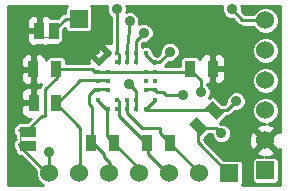
<source format=gtl>
G04 (created by PCBNEW-RS274X (2011-nov-30)-testing) date Tue 24 Apr 2012 11:37:44 PM EDT*
G01*
G70*
G90*
%MOIN*%
G04 Gerber Fmt 3.4, Leading zero omitted, Abs format*
%FSLAX34Y34*%
G04 APERTURE LIST*
%ADD10C,0.006000*%
%ADD11R,0.060000X0.060000*%
%ADD12C,0.060000*%
%ADD13R,0.055000X0.035000*%
%ADD14R,0.002100X0.071400*%
%ADD15R,0.035000X0.055000*%
%ADD16R,0.060000X0.002100*%
%ADD17C,0.015700*%
%ADD18C,0.035000*%
%ADD19C,0.010000*%
G04 APERTURE END LIST*
G54D10*
G54D11*
X63500Y-27500D03*
G54D12*
X63500Y-26500D03*
X63500Y-25500D03*
X63500Y-24500D03*
X63500Y-23500D03*
X63500Y-22500D03*
G54D11*
X62299Y-27587D03*
G54D12*
X61299Y-27587D03*
X60299Y-27587D03*
X59299Y-27587D03*
X58299Y-27587D03*
X57299Y-27587D03*
X56299Y-27587D03*
G54D13*
X55591Y-26221D03*
X55591Y-26693D03*
G54D14*
X55355Y-26457D03*
G54D15*
X55965Y-22835D03*
X56437Y-22835D03*
G54D16*
X56201Y-23071D03*
G54D17*
X59508Y-25463D03*
X59193Y-25463D03*
X58879Y-25463D03*
X58564Y-25463D03*
X58249Y-25463D03*
X59823Y-25148D03*
X59823Y-24833D03*
X59823Y-24518D03*
X59823Y-24204D03*
X59823Y-23889D03*
X57934Y-25148D03*
X57934Y-24833D03*
X57934Y-24518D03*
X57934Y-24204D03*
X57934Y-23889D03*
X58249Y-23574D03*
X58249Y-24204D03*
X58249Y-24518D03*
X58249Y-24833D03*
X59508Y-24833D03*
X59508Y-24518D03*
X59508Y-24204D03*
X59508Y-23574D03*
X59193Y-23574D03*
X59193Y-23889D03*
X58879Y-23889D03*
X58879Y-23574D03*
X58564Y-23574D03*
X58564Y-23889D03*
X58564Y-25148D03*
X58879Y-25148D03*
X59193Y-25148D03*
G54D15*
X56517Y-24124D03*
X55767Y-24124D03*
X60993Y-24104D03*
X61743Y-24104D03*
X59566Y-26575D03*
X60316Y-26575D03*
X57696Y-26575D03*
X58446Y-26575D03*
X56536Y-25246D03*
X55786Y-25246D03*
G54D10*
G36*
X61351Y-26341D02*
X60962Y-25952D01*
X61209Y-25705D01*
X61598Y-26094D01*
X61351Y-26341D01*
X61351Y-26341D01*
G37*
G36*
X61881Y-25811D02*
X61492Y-25422D01*
X61739Y-25175D01*
X62128Y-25564D01*
X61881Y-25811D01*
X61881Y-25811D01*
G37*
G54D11*
X57283Y-22441D03*
G54D18*
X57087Y-23465D03*
X55197Y-24724D03*
X55354Y-27638D03*
X62598Y-24488D03*
X60315Y-23543D03*
X58957Y-24606D03*
X56299Y-26870D03*
X62524Y-25186D03*
X58544Y-22126D03*
X62382Y-22126D03*
X58976Y-22520D03*
X60760Y-24990D03*
X62034Y-26264D03*
X59449Y-22913D03*
X61348Y-24892D03*
G54D19*
X56448Y-22834D02*
X56437Y-22835D01*
X59486Y-23618D02*
X59508Y-23574D01*
X59508Y-23574D02*
X59486Y-23618D01*
X59486Y-23618D02*
X59780Y-23912D01*
X56840Y-22442D02*
X56448Y-22834D01*
X57330Y-22442D02*
X56840Y-22442D01*
X57283Y-22441D02*
X57330Y-22442D01*
X59823Y-23889D02*
X59969Y-23889D01*
X59969Y-23889D02*
X60315Y-23543D01*
X59780Y-23912D02*
X59823Y-23889D01*
X56299Y-27587D02*
X56299Y-26870D01*
X59192Y-25186D02*
X59193Y-25148D01*
X59193Y-24842D02*
X59193Y-25148D01*
X58957Y-24606D02*
X59193Y-24842D01*
X55276Y-26624D02*
X55272Y-26656D01*
X56252Y-27636D02*
X56299Y-27587D01*
X59193Y-25463D02*
X59192Y-25480D01*
X59192Y-25480D02*
X59192Y-25186D01*
X55272Y-26656D02*
X56252Y-27636D01*
X59584Y-26950D02*
X59584Y-26558D01*
X58604Y-25480D02*
X58604Y-25186D01*
X58564Y-25463D02*
X58604Y-25480D01*
X58604Y-25480D02*
X58564Y-25463D01*
X59486Y-26558D02*
X58604Y-25676D01*
X59584Y-26558D02*
X59566Y-26575D01*
X59584Y-26558D02*
X59486Y-26558D01*
X58604Y-25676D02*
X58604Y-25480D01*
X58604Y-25186D02*
X58564Y-25148D01*
X60270Y-27636D02*
X59584Y-26950D01*
X59566Y-26575D02*
X59584Y-26558D01*
X60299Y-27587D02*
X60270Y-27636D01*
X59976Y-26264D02*
X59976Y-26068D01*
X59388Y-26068D02*
X58898Y-25578D01*
X59976Y-26068D02*
X59388Y-26068D01*
X58879Y-25463D02*
X58898Y-25480D01*
X58898Y-25480D02*
X58879Y-25463D01*
X58898Y-25480D02*
X58898Y-25186D01*
X58898Y-25186D02*
X58879Y-25148D01*
X60270Y-26558D02*
X59976Y-26264D01*
X60270Y-26558D02*
X60316Y-26575D01*
X60316Y-26575D02*
X60270Y-26558D01*
X61299Y-27587D02*
X60270Y-26558D01*
X58898Y-25578D02*
X58898Y-25480D01*
X57624Y-25284D02*
X57722Y-25382D01*
X57934Y-24833D02*
X57918Y-24794D01*
X57918Y-24794D02*
X57820Y-24794D01*
X57722Y-26558D02*
X57696Y-26575D01*
X57722Y-26558D02*
X58114Y-26950D01*
X58114Y-26950D02*
X58114Y-27048D01*
X57918Y-24794D02*
X58212Y-24794D01*
X57820Y-24794D02*
X57624Y-24990D01*
X57696Y-26575D02*
X57722Y-26558D01*
X57624Y-24990D02*
X57624Y-25284D01*
X58310Y-27244D02*
X58310Y-27636D01*
X58114Y-27048D02*
X58310Y-27244D01*
X58310Y-27636D02*
X58299Y-27587D01*
X58212Y-24794D02*
X58249Y-24833D01*
X57934Y-24833D02*
X57918Y-24794D01*
X57722Y-25382D02*
X57722Y-26558D01*
X58446Y-26575D02*
X58408Y-26558D01*
X58212Y-25480D02*
X57918Y-25186D01*
X58446Y-26575D02*
X58408Y-26558D01*
X59290Y-27636D02*
X59299Y-27587D01*
X58408Y-26558D02*
X59290Y-27440D01*
X59290Y-27440D02*
X59290Y-27636D01*
X58212Y-25480D02*
X58249Y-25463D01*
X57918Y-25186D02*
X57934Y-25148D01*
X58408Y-26558D02*
X58212Y-26362D01*
X58249Y-25463D02*
X58212Y-25480D01*
X58212Y-26362D02*
X58212Y-25480D01*
X57918Y-24500D02*
X57934Y-24518D01*
X56546Y-25284D02*
X57330Y-26068D01*
X57330Y-26068D02*
X57330Y-27636D01*
X58212Y-24500D02*
X57918Y-24500D01*
X57934Y-24518D02*
X57918Y-24500D01*
X57330Y-27636D02*
X57299Y-27587D01*
X57918Y-24500D02*
X57330Y-24500D01*
X58249Y-24518D02*
X58212Y-24500D01*
X56536Y-25246D02*
X56546Y-25284D01*
X56546Y-25284D02*
X56536Y-25246D01*
X57330Y-24500D02*
X56546Y-25284D01*
X59508Y-25463D02*
X59486Y-25480D01*
X59486Y-25480D02*
X61838Y-25480D01*
X61810Y-25493D02*
X61838Y-25480D01*
X62230Y-25480D02*
X62524Y-25186D01*
X59780Y-25186D02*
X59823Y-25148D01*
X59486Y-25480D02*
X59780Y-25186D01*
X61838Y-25480D02*
X61810Y-25493D01*
X61838Y-25480D02*
X62230Y-25480D01*
X59508Y-25463D02*
X59486Y-25480D01*
X58604Y-23912D02*
X58564Y-23889D01*
X58604Y-23618D02*
X58604Y-23912D01*
X58564Y-23574D02*
X58604Y-23618D01*
X58564Y-23032D02*
X58564Y-23574D01*
X58564Y-23574D02*
X58604Y-23618D01*
X62736Y-22500D02*
X62382Y-22126D01*
X63500Y-22500D02*
X62736Y-22500D01*
X58544Y-22126D02*
X58564Y-23032D01*
X58898Y-23618D02*
X58879Y-23574D01*
X58976Y-22520D02*
X58898Y-23422D01*
X58879Y-23574D02*
X58898Y-23618D01*
X58898Y-23618D02*
X58898Y-23912D01*
X58898Y-23912D02*
X58879Y-23889D01*
X58898Y-23422D02*
X58898Y-23618D01*
X60172Y-24990D02*
X60074Y-24892D01*
X59486Y-24794D02*
X59508Y-24833D01*
X62328Y-27636D02*
X61250Y-26558D01*
X60760Y-24990D02*
X60172Y-24990D01*
X60074Y-24892D02*
X59878Y-24892D01*
X61838Y-26068D02*
X62034Y-26264D01*
X59878Y-24892D02*
X59780Y-24794D01*
X61250Y-26068D02*
X61838Y-26068D01*
X59823Y-24833D02*
X59780Y-24794D01*
X62299Y-27587D02*
X62328Y-27636D01*
X59780Y-24794D02*
X59823Y-24833D01*
X61250Y-26558D02*
X61250Y-26068D01*
X59780Y-24794D02*
X59486Y-24794D01*
X61250Y-26068D02*
X61280Y-26023D01*
X61280Y-26023D02*
X61250Y-26068D01*
X59193Y-23169D02*
X59193Y-23574D01*
X59192Y-23912D02*
X59192Y-23618D01*
X59192Y-23618D02*
X59193Y-23574D01*
X59449Y-22913D02*
X59193Y-23169D01*
X59193Y-23889D02*
X59192Y-23912D01*
X58249Y-24204D02*
X58212Y-24206D01*
X60956Y-24108D02*
X60993Y-24104D01*
X57918Y-24206D02*
X58212Y-24206D01*
X59780Y-24206D02*
X59823Y-24204D01*
X56546Y-24402D02*
X56546Y-24108D01*
X56154Y-25676D02*
X56154Y-24794D01*
X56154Y-24794D02*
X56546Y-24402D01*
X56546Y-24108D02*
X56517Y-24124D01*
X60858Y-24206D02*
X60956Y-24108D01*
X55272Y-26166D02*
X55566Y-26166D01*
X57934Y-24204D02*
X57918Y-24206D01*
X56517Y-24124D02*
X56546Y-24108D01*
X59780Y-24206D02*
X60858Y-24206D01*
X56546Y-24108D02*
X57722Y-24108D01*
X60993Y-24104D02*
X60956Y-24108D01*
X59823Y-24204D02*
X59780Y-24206D01*
X58212Y-24206D02*
X58249Y-24204D01*
X58212Y-24206D02*
X59486Y-24206D01*
X57918Y-24206D02*
X57934Y-24204D01*
X61348Y-24500D02*
X61348Y-24892D01*
X60956Y-24108D02*
X61348Y-24500D01*
X59486Y-24206D02*
X59508Y-24204D01*
X59508Y-24204D02*
X59486Y-24206D01*
X57722Y-24108D02*
X57820Y-24206D01*
X56056Y-25676D02*
X56154Y-25676D01*
X55276Y-26152D02*
X55272Y-26166D01*
X57820Y-24206D02*
X57918Y-24206D01*
X55566Y-26166D02*
X56056Y-25676D01*
X59486Y-24206D02*
X59780Y-24206D01*
G54D10*
G36*
X58362Y-23266D02*
X58289Y-23243D01*
X58158Y-23253D01*
X58086Y-23283D01*
X58086Y-23356D01*
X58249Y-23519D01*
X58257Y-23511D01*
X58312Y-23566D01*
X58304Y-23574D01*
X58312Y-23582D01*
X58257Y-23637D01*
X58249Y-23629D01*
X58194Y-23684D01*
X58194Y-23574D01*
X58031Y-23411D01*
X57958Y-23411D01*
X57918Y-23534D01*
X57920Y-23562D01*
X57843Y-23568D01*
X57771Y-23598D01*
X57771Y-23671D01*
X57934Y-23834D01*
X58031Y-23737D01*
X58097Y-23671D01*
X58194Y-23574D01*
X58194Y-23684D01*
X58152Y-23726D01*
X58086Y-23792D01*
X57989Y-23889D01*
X57997Y-23897D01*
X57942Y-23952D01*
X57934Y-23944D01*
X57926Y-23952D01*
X57870Y-23896D01*
X57879Y-23889D01*
X57716Y-23726D01*
X57643Y-23726D01*
X57603Y-23849D01*
X57607Y-23906D01*
X56843Y-23906D01*
X56843Y-23819D01*
X56820Y-23763D01*
X56778Y-23721D01*
X56722Y-23698D01*
X56662Y-23698D01*
X56312Y-23698D01*
X56256Y-23721D01*
X56214Y-23763D01*
X56191Y-23819D01*
X56191Y-23799D01*
X56153Y-23708D01*
X56083Y-23638D01*
X55991Y-23600D01*
X55879Y-23599D01*
X55817Y-23661D01*
X55817Y-24024D01*
X55817Y-24074D01*
X55817Y-24174D01*
X55817Y-24224D01*
X55817Y-24587D01*
X55879Y-24649D01*
X55991Y-24648D01*
X56030Y-24631D01*
X56011Y-24651D01*
X55967Y-24716D01*
X55966Y-24721D01*
X55965Y-24721D01*
X55898Y-24721D01*
X55836Y-24783D01*
X55836Y-25146D01*
X55836Y-25196D01*
X55836Y-25296D01*
X55736Y-25296D01*
X55736Y-25196D01*
X55736Y-24783D01*
X55717Y-24764D01*
X55717Y-24587D01*
X55717Y-24174D01*
X55717Y-24074D01*
X55717Y-23661D01*
X55655Y-23599D01*
X55543Y-23600D01*
X55451Y-23638D01*
X55381Y-23708D01*
X55343Y-23799D01*
X55343Y-23898D01*
X55342Y-24012D01*
X55404Y-24074D01*
X55717Y-24074D01*
X55717Y-24174D01*
X55404Y-24174D01*
X55342Y-24236D01*
X55343Y-24350D01*
X55343Y-24449D01*
X55381Y-24540D01*
X55451Y-24610D01*
X55543Y-24648D01*
X55655Y-24649D01*
X55717Y-24587D01*
X55717Y-24764D01*
X55674Y-24721D01*
X55562Y-24722D01*
X55470Y-24760D01*
X55400Y-24830D01*
X55362Y-24921D01*
X55362Y-25020D01*
X55361Y-25134D01*
X55423Y-25196D01*
X55736Y-25196D01*
X55736Y-25296D01*
X55686Y-25296D01*
X55423Y-25296D01*
X55361Y-25358D01*
X55362Y-25472D01*
X55362Y-25571D01*
X55400Y-25662D01*
X55470Y-25732D01*
X55562Y-25770D01*
X55674Y-25771D01*
X55551Y-25895D01*
X55286Y-25895D01*
X55230Y-25918D01*
X55188Y-25960D01*
X55182Y-25974D01*
X55177Y-25976D01*
X55117Y-26027D01*
X55089Y-26083D01*
X55085Y-26089D01*
X55084Y-26092D01*
X55082Y-26097D01*
X55078Y-26111D01*
X55075Y-26136D01*
X55070Y-26166D01*
X55072Y-26176D01*
X55071Y-26189D01*
X55079Y-26216D01*
X55085Y-26243D01*
X55091Y-26252D01*
X55095Y-26264D01*
X55113Y-26285D01*
X55129Y-26309D01*
X55139Y-26315D01*
X55147Y-26325D01*
X55165Y-26334D01*
X55165Y-26426D01*
X55176Y-26452D01*
X55152Y-26465D01*
X55100Y-26525D01*
X55076Y-26599D01*
X55072Y-26631D01*
X55072Y-26641D01*
X55070Y-26656D01*
X55075Y-26684D01*
X55077Y-26709D01*
X55082Y-26719D01*
X55085Y-26734D01*
X55100Y-26757D01*
X55112Y-26780D01*
X55122Y-26788D01*
X55129Y-26799D01*
X55165Y-26834D01*
X55165Y-26898D01*
X55188Y-26954D01*
X55230Y-26996D01*
X55286Y-27019D01*
X55346Y-27019D01*
X55349Y-27019D01*
X55848Y-27517D01*
X55848Y-27676D01*
X55916Y-27842D01*
X56043Y-27969D01*
X56074Y-27982D01*
X54932Y-27982D01*
X54932Y-22028D01*
X56882Y-22028D01*
X56855Y-22055D01*
X56832Y-22111D01*
X56832Y-22171D01*
X56832Y-22241D01*
X56763Y-22255D01*
X56697Y-22299D01*
X56587Y-22409D01*
X56582Y-22409D01*
X56341Y-22409D01*
X56281Y-22349D01*
X56189Y-22311D01*
X56077Y-22310D01*
X56015Y-22372D01*
X56015Y-22735D01*
X56015Y-22785D01*
X56015Y-22811D01*
X55915Y-22811D01*
X55915Y-22785D01*
X55915Y-22372D01*
X55853Y-22310D01*
X55741Y-22311D01*
X55649Y-22349D01*
X55579Y-22419D01*
X55541Y-22510D01*
X55541Y-22609D01*
X55540Y-22723D01*
X55602Y-22785D01*
X55915Y-22785D01*
X55915Y-22811D01*
X55852Y-22812D01*
X55760Y-22850D01*
X55725Y-22885D01*
X55602Y-22885D01*
X55540Y-22947D01*
X55541Y-23061D01*
X55541Y-23160D01*
X55579Y-23251D01*
X55649Y-23321D01*
X55741Y-23359D01*
X55853Y-23360D01*
X55882Y-23330D01*
X56047Y-23330D01*
X56077Y-23360D01*
X56189Y-23359D01*
X56256Y-23331D01*
X56301Y-23331D01*
X56301Y-23319D01*
X56313Y-23331D01*
X56550Y-23330D01*
X56642Y-23292D01*
X56694Y-23239D01*
X56698Y-23238D01*
X56740Y-23196D01*
X56750Y-23171D01*
X56751Y-23171D01*
X56751Y-23169D01*
X56763Y-23140D01*
X56763Y-23080D01*
X56763Y-22805D01*
X56832Y-22736D01*
X56832Y-22771D01*
X56855Y-22827D01*
X56897Y-22869D01*
X56953Y-22892D01*
X57013Y-22892D01*
X57613Y-22892D01*
X57669Y-22869D01*
X57711Y-22827D01*
X57734Y-22771D01*
X57734Y-22711D01*
X57734Y-22111D01*
X57711Y-22055D01*
X57684Y-22028D01*
X58230Y-22028D01*
X58217Y-22061D01*
X58217Y-22191D01*
X58267Y-22311D01*
X58348Y-22392D01*
X58362Y-23027D01*
X58362Y-23032D01*
X58362Y-23266D01*
X58362Y-23266D01*
G37*
G54D19*
X58362Y-23266D02*
X58289Y-23243D01*
X58158Y-23253D01*
X58086Y-23283D01*
X58086Y-23356D01*
X58249Y-23519D01*
X58257Y-23511D01*
X58312Y-23566D01*
X58304Y-23574D01*
X58312Y-23582D01*
X58257Y-23637D01*
X58249Y-23629D01*
X58194Y-23684D01*
X58194Y-23574D01*
X58031Y-23411D01*
X57958Y-23411D01*
X57918Y-23534D01*
X57920Y-23562D01*
X57843Y-23568D01*
X57771Y-23598D01*
X57771Y-23671D01*
X57934Y-23834D01*
X58031Y-23737D01*
X58097Y-23671D01*
X58194Y-23574D01*
X58194Y-23684D01*
X58152Y-23726D01*
X58086Y-23792D01*
X57989Y-23889D01*
X57997Y-23897D01*
X57942Y-23952D01*
X57934Y-23944D01*
X57926Y-23952D01*
X57870Y-23896D01*
X57879Y-23889D01*
X57716Y-23726D01*
X57643Y-23726D01*
X57603Y-23849D01*
X57607Y-23906D01*
X56843Y-23906D01*
X56843Y-23819D01*
X56820Y-23763D01*
X56778Y-23721D01*
X56722Y-23698D01*
X56662Y-23698D01*
X56312Y-23698D01*
X56256Y-23721D01*
X56214Y-23763D01*
X56191Y-23819D01*
X56191Y-23799D01*
X56153Y-23708D01*
X56083Y-23638D01*
X55991Y-23600D01*
X55879Y-23599D01*
X55817Y-23661D01*
X55817Y-24024D01*
X55817Y-24074D01*
X55817Y-24174D01*
X55817Y-24224D01*
X55817Y-24587D01*
X55879Y-24649D01*
X55991Y-24648D01*
X56030Y-24631D01*
X56011Y-24651D01*
X55967Y-24716D01*
X55966Y-24721D01*
X55965Y-24721D01*
X55898Y-24721D01*
X55836Y-24783D01*
X55836Y-25146D01*
X55836Y-25196D01*
X55836Y-25296D01*
X55736Y-25296D01*
X55736Y-25196D01*
X55736Y-24783D01*
X55717Y-24764D01*
X55717Y-24587D01*
X55717Y-24174D01*
X55717Y-24074D01*
X55717Y-23661D01*
X55655Y-23599D01*
X55543Y-23600D01*
X55451Y-23638D01*
X55381Y-23708D01*
X55343Y-23799D01*
X55343Y-23898D01*
X55342Y-24012D01*
X55404Y-24074D01*
X55717Y-24074D01*
X55717Y-24174D01*
X55404Y-24174D01*
X55342Y-24236D01*
X55343Y-24350D01*
X55343Y-24449D01*
X55381Y-24540D01*
X55451Y-24610D01*
X55543Y-24648D01*
X55655Y-24649D01*
X55717Y-24587D01*
X55717Y-24764D01*
X55674Y-24721D01*
X55562Y-24722D01*
X55470Y-24760D01*
X55400Y-24830D01*
X55362Y-24921D01*
X55362Y-25020D01*
X55361Y-25134D01*
X55423Y-25196D01*
X55736Y-25196D01*
X55736Y-25296D01*
X55686Y-25296D01*
X55423Y-25296D01*
X55361Y-25358D01*
X55362Y-25472D01*
X55362Y-25571D01*
X55400Y-25662D01*
X55470Y-25732D01*
X55562Y-25770D01*
X55674Y-25771D01*
X55551Y-25895D01*
X55286Y-25895D01*
X55230Y-25918D01*
X55188Y-25960D01*
X55182Y-25974D01*
X55177Y-25976D01*
X55117Y-26027D01*
X55089Y-26083D01*
X55085Y-26089D01*
X55084Y-26092D01*
X55082Y-26097D01*
X55078Y-26111D01*
X55075Y-26136D01*
X55070Y-26166D01*
X55072Y-26176D01*
X55071Y-26189D01*
X55079Y-26216D01*
X55085Y-26243D01*
X55091Y-26252D01*
X55095Y-26264D01*
X55113Y-26285D01*
X55129Y-26309D01*
X55139Y-26315D01*
X55147Y-26325D01*
X55165Y-26334D01*
X55165Y-26426D01*
X55176Y-26452D01*
X55152Y-26465D01*
X55100Y-26525D01*
X55076Y-26599D01*
X55072Y-26631D01*
X55072Y-26641D01*
X55070Y-26656D01*
X55075Y-26684D01*
X55077Y-26709D01*
X55082Y-26719D01*
X55085Y-26734D01*
X55100Y-26757D01*
X55112Y-26780D01*
X55122Y-26788D01*
X55129Y-26799D01*
X55165Y-26834D01*
X55165Y-26898D01*
X55188Y-26954D01*
X55230Y-26996D01*
X55286Y-27019D01*
X55346Y-27019D01*
X55349Y-27019D01*
X55848Y-27517D01*
X55848Y-27676D01*
X55916Y-27842D01*
X56043Y-27969D01*
X56074Y-27982D01*
X54932Y-27982D01*
X54932Y-22028D01*
X56882Y-22028D01*
X56855Y-22055D01*
X56832Y-22111D01*
X56832Y-22171D01*
X56832Y-22241D01*
X56763Y-22255D01*
X56697Y-22299D01*
X56587Y-22409D01*
X56582Y-22409D01*
X56341Y-22409D01*
X56281Y-22349D01*
X56189Y-22311D01*
X56077Y-22310D01*
X56015Y-22372D01*
X56015Y-22735D01*
X56015Y-22785D01*
X56015Y-22811D01*
X55915Y-22811D01*
X55915Y-22785D01*
X55915Y-22372D01*
X55853Y-22310D01*
X55741Y-22311D01*
X55649Y-22349D01*
X55579Y-22419D01*
X55541Y-22510D01*
X55541Y-22609D01*
X55540Y-22723D01*
X55602Y-22785D01*
X55915Y-22785D01*
X55915Y-22811D01*
X55852Y-22812D01*
X55760Y-22850D01*
X55725Y-22885D01*
X55602Y-22885D01*
X55540Y-22947D01*
X55541Y-23061D01*
X55541Y-23160D01*
X55579Y-23251D01*
X55649Y-23321D01*
X55741Y-23359D01*
X55853Y-23360D01*
X55882Y-23330D01*
X56047Y-23330D01*
X56077Y-23360D01*
X56189Y-23359D01*
X56256Y-23331D01*
X56301Y-23331D01*
X56301Y-23319D01*
X56313Y-23331D01*
X56550Y-23330D01*
X56642Y-23292D01*
X56694Y-23239D01*
X56698Y-23238D01*
X56740Y-23196D01*
X56750Y-23171D01*
X56751Y-23171D01*
X56751Y-23169D01*
X56763Y-23140D01*
X56763Y-23080D01*
X56763Y-22805D01*
X56832Y-22736D01*
X56832Y-22771D01*
X56855Y-22827D01*
X56897Y-22869D01*
X56953Y-22892D01*
X57013Y-22892D01*
X57613Y-22892D01*
X57669Y-22869D01*
X57711Y-22827D01*
X57734Y-22771D01*
X57734Y-22711D01*
X57734Y-22111D01*
X57711Y-22055D01*
X57684Y-22028D01*
X58230Y-22028D01*
X58217Y-22061D01*
X58217Y-22191D01*
X58267Y-22311D01*
X58348Y-22392D01*
X58362Y-23027D01*
X58362Y-23032D01*
X58362Y-23266D01*
G54D10*
G36*
X63973Y-27982D02*
X63951Y-27982D01*
X63951Y-27830D01*
X63951Y-27770D01*
X63951Y-27170D01*
X63928Y-27114D01*
X63886Y-27072D01*
X63830Y-27049D01*
X63770Y-27049D01*
X63498Y-27049D01*
X63637Y-27042D01*
X63786Y-26980D01*
X63815Y-26885D01*
X63500Y-26571D01*
X63429Y-26641D01*
X63429Y-26500D01*
X63115Y-26185D01*
X63020Y-26214D01*
X62947Y-26419D01*
X62958Y-26637D01*
X63020Y-26786D01*
X63115Y-26815D01*
X63429Y-26500D01*
X63429Y-26641D01*
X63185Y-26885D01*
X63214Y-26980D01*
X63407Y-27049D01*
X63170Y-27049D01*
X63114Y-27072D01*
X63072Y-27114D01*
X63049Y-27170D01*
X63049Y-27230D01*
X63049Y-27830D01*
X63072Y-27886D01*
X63114Y-27928D01*
X63170Y-27951D01*
X63230Y-27951D01*
X63830Y-27951D01*
X63886Y-27928D01*
X63928Y-27886D01*
X63951Y-27830D01*
X63951Y-27982D01*
X62718Y-27982D01*
X62727Y-27973D01*
X62750Y-27917D01*
X62750Y-27857D01*
X62750Y-27257D01*
X62727Y-27201D01*
X62685Y-27159D01*
X62629Y-27136D01*
X62569Y-27136D01*
X62113Y-27136D01*
X61452Y-26474D01*
X61452Y-26453D01*
X61479Y-26427D01*
X61635Y-26270D01*
X61707Y-26270D01*
X61707Y-26329D01*
X61757Y-26449D01*
X61849Y-26541D01*
X61969Y-26591D01*
X62099Y-26591D01*
X62219Y-26541D01*
X62311Y-26449D01*
X62361Y-26329D01*
X62361Y-26199D01*
X62311Y-26079D01*
X62219Y-25987D01*
X62099Y-25937D01*
X61993Y-25937D01*
X61981Y-25925D01*
X61980Y-25924D01*
X62009Y-25897D01*
X62223Y-25682D01*
X62230Y-25682D01*
X62307Y-25667D01*
X62308Y-25667D01*
X62373Y-25623D01*
X62482Y-25513D01*
X62589Y-25513D01*
X62709Y-25463D01*
X62801Y-25371D01*
X62851Y-25251D01*
X62851Y-25121D01*
X62801Y-25001D01*
X62709Y-24909D01*
X62589Y-24859D01*
X62459Y-24859D01*
X62339Y-24909D01*
X62247Y-25001D01*
X62197Y-25121D01*
X62197Y-25227D01*
X62168Y-25256D01*
X62168Y-24216D01*
X62168Y-23992D01*
X62167Y-23878D01*
X62167Y-23779D01*
X62129Y-23688D01*
X62059Y-23618D01*
X61967Y-23580D01*
X61855Y-23579D01*
X61793Y-23641D01*
X61793Y-24054D01*
X62106Y-24054D01*
X62168Y-23992D01*
X62168Y-24216D01*
X62106Y-24154D01*
X61793Y-24154D01*
X61793Y-24567D01*
X61855Y-24629D01*
X61967Y-24628D01*
X62059Y-24590D01*
X62129Y-24520D01*
X62167Y-24429D01*
X62167Y-24330D01*
X62168Y-24216D01*
X62168Y-25256D01*
X62146Y-25278D01*
X62056Y-25278D01*
X61825Y-25047D01*
X61769Y-25023D01*
X61710Y-25023D01*
X61654Y-25047D01*
X61626Y-25074D01*
X61675Y-24957D01*
X61675Y-24827D01*
X61625Y-24707D01*
X61550Y-24632D01*
X61550Y-24628D01*
X61631Y-24629D01*
X61693Y-24567D01*
X61693Y-24204D01*
X61693Y-24154D01*
X61693Y-24054D01*
X61693Y-24004D01*
X61693Y-23641D01*
X61631Y-23579D01*
X61519Y-23580D01*
X61427Y-23618D01*
X61357Y-23688D01*
X61319Y-23779D01*
X61319Y-23799D01*
X61296Y-23743D01*
X61254Y-23701D01*
X61198Y-23678D01*
X61138Y-23678D01*
X60788Y-23678D01*
X60732Y-23701D01*
X60690Y-23743D01*
X60667Y-23799D01*
X60667Y-23859D01*
X60667Y-24004D01*
X60140Y-24004D01*
X60274Y-23870D01*
X60380Y-23870D01*
X60500Y-23820D01*
X60592Y-23728D01*
X60642Y-23608D01*
X60642Y-23478D01*
X60592Y-23358D01*
X60500Y-23266D01*
X60380Y-23216D01*
X60250Y-23216D01*
X60130Y-23266D01*
X60038Y-23358D01*
X59988Y-23478D01*
X59988Y-23584D01*
X59899Y-23672D01*
X59869Y-23659D01*
X59812Y-23659D01*
X59738Y-23584D01*
X59738Y-23529D01*
X59703Y-23444D01*
X59639Y-23380D01*
X59554Y-23344D01*
X59463Y-23344D01*
X59395Y-23372D01*
X59395Y-23253D01*
X59408Y-23240D01*
X59514Y-23240D01*
X59634Y-23190D01*
X59726Y-23098D01*
X59776Y-22978D01*
X59776Y-22848D01*
X59726Y-22728D01*
X59634Y-22636D01*
X59514Y-22586D01*
X59384Y-22586D01*
X59285Y-22627D01*
X59303Y-22585D01*
X59303Y-22455D01*
X59253Y-22335D01*
X59161Y-22243D01*
X59041Y-22193D01*
X58911Y-22193D01*
X58861Y-22213D01*
X58871Y-22191D01*
X58871Y-22061D01*
X58857Y-22028D01*
X62068Y-22028D01*
X62055Y-22061D01*
X62055Y-22191D01*
X62105Y-22311D01*
X62197Y-22403D01*
X62317Y-22453D01*
X62412Y-22453D01*
X62588Y-22638D01*
X62591Y-22640D01*
X62593Y-22643D01*
X62620Y-22661D01*
X62652Y-22684D01*
X62655Y-22684D01*
X62659Y-22687D01*
X62697Y-22694D01*
X62730Y-22702D01*
X62733Y-22701D01*
X62736Y-22702D01*
X63095Y-22702D01*
X63117Y-22755D01*
X63244Y-22882D01*
X63410Y-22951D01*
X63589Y-22951D01*
X63755Y-22883D01*
X63882Y-22756D01*
X63951Y-22590D01*
X63951Y-22411D01*
X63883Y-22245D01*
X63756Y-22118D01*
X63590Y-22049D01*
X63411Y-22049D01*
X63245Y-22117D01*
X63118Y-22244D01*
X63095Y-22298D01*
X62822Y-22298D01*
X62709Y-22177D01*
X62709Y-22061D01*
X62695Y-22028D01*
X63973Y-22028D01*
X63973Y-26211D01*
X63951Y-26204D01*
X63951Y-25590D01*
X63951Y-25411D01*
X63951Y-24590D01*
X63951Y-24411D01*
X63951Y-23590D01*
X63951Y-23411D01*
X63883Y-23245D01*
X63756Y-23118D01*
X63590Y-23049D01*
X63411Y-23049D01*
X63245Y-23117D01*
X63118Y-23244D01*
X63049Y-23410D01*
X63049Y-23589D01*
X63117Y-23755D01*
X63244Y-23882D01*
X63410Y-23951D01*
X63589Y-23951D01*
X63755Y-23883D01*
X63882Y-23756D01*
X63951Y-23590D01*
X63951Y-24411D01*
X63883Y-24245D01*
X63756Y-24118D01*
X63590Y-24049D01*
X63411Y-24049D01*
X63245Y-24117D01*
X63118Y-24244D01*
X63049Y-24410D01*
X63049Y-24589D01*
X63117Y-24755D01*
X63244Y-24882D01*
X63410Y-24951D01*
X63589Y-24951D01*
X63755Y-24883D01*
X63882Y-24756D01*
X63951Y-24590D01*
X63951Y-25411D01*
X63883Y-25245D01*
X63756Y-25118D01*
X63590Y-25049D01*
X63411Y-25049D01*
X63245Y-25117D01*
X63118Y-25244D01*
X63049Y-25410D01*
X63049Y-25589D01*
X63117Y-25755D01*
X63244Y-25882D01*
X63410Y-25951D01*
X63501Y-25951D01*
X63363Y-25958D01*
X63214Y-26020D01*
X63185Y-26115D01*
X63500Y-26429D01*
X63815Y-26115D01*
X63786Y-26020D01*
X63590Y-25950D01*
X63755Y-25883D01*
X63882Y-25756D01*
X63951Y-25590D01*
X63951Y-26204D01*
X63885Y-26185D01*
X63571Y-26500D01*
X63885Y-26815D01*
X63973Y-26788D01*
X63973Y-27982D01*
X63973Y-27982D01*
G37*
G54D19*
X63973Y-27982D02*
X63951Y-27982D01*
X63951Y-27830D01*
X63951Y-27770D01*
X63951Y-27170D01*
X63928Y-27114D01*
X63886Y-27072D01*
X63830Y-27049D01*
X63770Y-27049D01*
X63498Y-27049D01*
X63637Y-27042D01*
X63786Y-26980D01*
X63815Y-26885D01*
X63500Y-26571D01*
X63429Y-26641D01*
X63429Y-26500D01*
X63115Y-26185D01*
X63020Y-26214D01*
X62947Y-26419D01*
X62958Y-26637D01*
X63020Y-26786D01*
X63115Y-26815D01*
X63429Y-26500D01*
X63429Y-26641D01*
X63185Y-26885D01*
X63214Y-26980D01*
X63407Y-27049D01*
X63170Y-27049D01*
X63114Y-27072D01*
X63072Y-27114D01*
X63049Y-27170D01*
X63049Y-27230D01*
X63049Y-27830D01*
X63072Y-27886D01*
X63114Y-27928D01*
X63170Y-27951D01*
X63230Y-27951D01*
X63830Y-27951D01*
X63886Y-27928D01*
X63928Y-27886D01*
X63951Y-27830D01*
X63951Y-27982D01*
X62718Y-27982D01*
X62727Y-27973D01*
X62750Y-27917D01*
X62750Y-27857D01*
X62750Y-27257D01*
X62727Y-27201D01*
X62685Y-27159D01*
X62629Y-27136D01*
X62569Y-27136D01*
X62113Y-27136D01*
X61452Y-26474D01*
X61452Y-26453D01*
X61479Y-26427D01*
X61635Y-26270D01*
X61707Y-26270D01*
X61707Y-26329D01*
X61757Y-26449D01*
X61849Y-26541D01*
X61969Y-26591D01*
X62099Y-26591D01*
X62219Y-26541D01*
X62311Y-26449D01*
X62361Y-26329D01*
X62361Y-26199D01*
X62311Y-26079D01*
X62219Y-25987D01*
X62099Y-25937D01*
X61993Y-25937D01*
X61981Y-25925D01*
X61980Y-25924D01*
X62009Y-25897D01*
X62223Y-25682D01*
X62230Y-25682D01*
X62307Y-25667D01*
X62308Y-25667D01*
X62373Y-25623D01*
X62482Y-25513D01*
X62589Y-25513D01*
X62709Y-25463D01*
X62801Y-25371D01*
X62851Y-25251D01*
X62851Y-25121D01*
X62801Y-25001D01*
X62709Y-24909D01*
X62589Y-24859D01*
X62459Y-24859D01*
X62339Y-24909D01*
X62247Y-25001D01*
X62197Y-25121D01*
X62197Y-25227D01*
X62168Y-25256D01*
X62168Y-24216D01*
X62168Y-23992D01*
X62167Y-23878D01*
X62167Y-23779D01*
X62129Y-23688D01*
X62059Y-23618D01*
X61967Y-23580D01*
X61855Y-23579D01*
X61793Y-23641D01*
X61793Y-24054D01*
X62106Y-24054D01*
X62168Y-23992D01*
X62168Y-24216D01*
X62106Y-24154D01*
X61793Y-24154D01*
X61793Y-24567D01*
X61855Y-24629D01*
X61967Y-24628D01*
X62059Y-24590D01*
X62129Y-24520D01*
X62167Y-24429D01*
X62167Y-24330D01*
X62168Y-24216D01*
X62168Y-25256D01*
X62146Y-25278D01*
X62056Y-25278D01*
X61825Y-25047D01*
X61769Y-25023D01*
X61710Y-25023D01*
X61654Y-25047D01*
X61626Y-25074D01*
X61675Y-24957D01*
X61675Y-24827D01*
X61625Y-24707D01*
X61550Y-24632D01*
X61550Y-24628D01*
X61631Y-24629D01*
X61693Y-24567D01*
X61693Y-24204D01*
X61693Y-24154D01*
X61693Y-24054D01*
X61693Y-24004D01*
X61693Y-23641D01*
X61631Y-23579D01*
X61519Y-23580D01*
X61427Y-23618D01*
X61357Y-23688D01*
X61319Y-23779D01*
X61319Y-23799D01*
X61296Y-23743D01*
X61254Y-23701D01*
X61198Y-23678D01*
X61138Y-23678D01*
X60788Y-23678D01*
X60732Y-23701D01*
X60690Y-23743D01*
X60667Y-23799D01*
X60667Y-23859D01*
X60667Y-24004D01*
X60140Y-24004D01*
X60274Y-23870D01*
X60380Y-23870D01*
X60500Y-23820D01*
X60592Y-23728D01*
X60642Y-23608D01*
X60642Y-23478D01*
X60592Y-23358D01*
X60500Y-23266D01*
X60380Y-23216D01*
X60250Y-23216D01*
X60130Y-23266D01*
X60038Y-23358D01*
X59988Y-23478D01*
X59988Y-23584D01*
X59899Y-23672D01*
X59869Y-23659D01*
X59812Y-23659D01*
X59738Y-23584D01*
X59738Y-23529D01*
X59703Y-23444D01*
X59639Y-23380D01*
X59554Y-23344D01*
X59463Y-23344D01*
X59395Y-23372D01*
X59395Y-23253D01*
X59408Y-23240D01*
X59514Y-23240D01*
X59634Y-23190D01*
X59726Y-23098D01*
X59776Y-22978D01*
X59776Y-22848D01*
X59726Y-22728D01*
X59634Y-22636D01*
X59514Y-22586D01*
X59384Y-22586D01*
X59285Y-22627D01*
X59303Y-22585D01*
X59303Y-22455D01*
X59253Y-22335D01*
X59161Y-22243D01*
X59041Y-22193D01*
X58911Y-22193D01*
X58861Y-22213D01*
X58871Y-22191D01*
X58871Y-22061D01*
X58857Y-22028D01*
X62068Y-22028D01*
X62055Y-22061D01*
X62055Y-22191D01*
X62105Y-22311D01*
X62197Y-22403D01*
X62317Y-22453D01*
X62412Y-22453D01*
X62588Y-22638D01*
X62591Y-22640D01*
X62593Y-22643D01*
X62620Y-22661D01*
X62652Y-22684D01*
X62655Y-22684D01*
X62659Y-22687D01*
X62697Y-22694D01*
X62730Y-22702D01*
X62733Y-22701D01*
X62736Y-22702D01*
X63095Y-22702D01*
X63117Y-22755D01*
X63244Y-22882D01*
X63410Y-22951D01*
X63589Y-22951D01*
X63755Y-22883D01*
X63882Y-22756D01*
X63951Y-22590D01*
X63951Y-22411D01*
X63883Y-22245D01*
X63756Y-22118D01*
X63590Y-22049D01*
X63411Y-22049D01*
X63245Y-22117D01*
X63118Y-22244D01*
X63095Y-22298D01*
X62822Y-22298D01*
X62709Y-22177D01*
X62709Y-22061D01*
X62695Y-22028D01*
X63973Y-22028D01*
X63973Y-26211D01*
X63951Y-26204D01*
X63951Y-25590D01*
X63951Y-25411D01*
X63951Y-24590D01*
X63951Y-24411D01*
X63951Y-23590D01*
X63951Y-23411D01*
X63883Y-23245D01*
X63756Y-23118D01*
X63590Y-23049D01*
X63411Y-23049D01*
X63245Y-23117D01*
X63118Y-23244D01*
X63049Y-23410D01*
X63049Y-23589D01*
X63117Y-23755D01*
X63244Y-23882D01*
X63410Y-23951D01*
X63589Y-23951D01*
X63755Y-23883D01*
X63882Y-23756D01*
X63951Y-23590D01*
X63951Y-24411D01*
X63883Y-24245D01*
X63756Y-24118D01*
X63590Y-24049D01*
X63411Y-24049D01*
X63245Y-24117D01*
X63118Y-24244D01*
X63049Y-24410D01*
X63049Y-24589D01*
X63117Y-24755D01*
X63244Y-24882D01*
X63410Y-24951D01*
X63589Y-24951D01*
X63755Y-24883D01*
X63882Y-24756D01*
X63951Y-24590D01*
X63951Y-25411D01*
X63883Y-25245D01*
X63756Y-25118D01*
X63590Y-25049D01*
X63411Y-25049D01*
X63245Y-25117D01*
X63118Y-25244D01*
X63049Y-25410D01*
X63049Y-25589D01*
X63117Y-25755D01*
X63244Y-25882D01*
X63410Y-25951D01*
X63501Y-25951D01*
X63363Y-25958D01*
X63214Y-26020D01*
X63185Y-26115D01*
X63500Y-26429D01*
X63815Y-26115D01*
X63786Y-26020D01*
X63590Y-25950D01*
X63755Y-25883D01*
X63882Y-25756D01*
X63951Y-25590D01*
X63951Y-26204D01*
X63885Y-26185D01*
X63571Y-26500D01*
X63885Y-26815D01*
X63973Y-26788D01*
X63973Y-27982D01*
M02*

</source>
